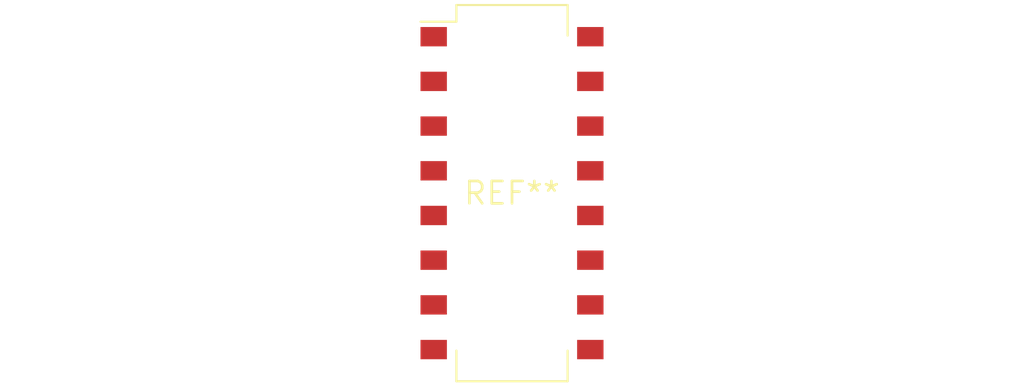
<source format=kicad_pcb>
(kicad_pcb (version 20240108) (generator pcbnew)
  (layers (0 "F.Cu" signal) (31 "B.Cu" signal) (34 "B.Paste" user) (35 "F.Paste" user) (36 "B.SilkS" user "B.Silkscreen") (37 "F.SilkS" user "F.Silkscreen") (38 "B.Mask" user) (39 "F.Mask" user) (44 "Edge.Cuts" user))
  (net 0 "")
  (footprint "SW_DIP_SPSTx08_Slide_Omron_A6S-810x_W8.9mm_P2.54mm" (layer "F.Cu") (at 0 0)
    (property "Reference" "REF**")
    (property "Value" "SW_DIP_SPSTx08_Slide_Omron_A6S-810x_W8.9mm_P2.54mm")
    (fp_line (start -5.2 -9.741) (end -3.16 -9.741) (layer "F.SilkS") (stroke (width 0.12)))
    (fp_line (start -3.16 -10.69) (end -3.16 -9.741) (layer "F.SilkS") (stroke (width 0.12)))
    (fp_line (start -3.16 -10.69) (end 3.16 -10.69) (layer "F.SilkS") (stroke (width 0.12)))
    (fp_line (start -3.16 8.95) (end -3.16 10.69) (layer "F.SilkS") (stroke (width 0.12)))
    (fp_line (start -3.16 10.69) (end 3.16 10.69) (layer "F.SilkS") (stroke (width 0.12)))
    (fp_line (start 3.16 -10.69) (end 3.16 -8.951) (layer "F.SilkS") (stroke (width 0.12)))
    (fp_line (start 3.16 8.95) (end 3.16 10.69) (layer "F.SilkS") (stroke (width 0.12)))
    (pad "1" smd rect (at -4.45 -8.89) (size 1.5 1.1) (layers "F.Cu" "F.Paste" "F.Mask"))
    (pad "2" smd rect (at -4.45 -6.35) (size 1.5 1.1) (layers "F.Cu" "F.Paste" "F.Mask"))
    (pad "3" smd rect (at -4.45 -3.81) (size 1.5 1.1) (layers "F.Cu" "F.Paste" "F.Mask"))
    (pad "4" smd rect (at -4.45 -1.27) (size 1.5 1.1) (layers "F.Cu" "F.Paste" "F.Mask"))
    (pad "5" smd rect (at -4.45 1.27) (size 1.5 1.1) (layers "F.Cu" "F.Paste" "F.Mask"))
    (pad "6" smd rect (at -4.45 3.81) (size 1.5 1.1) (layers "F.Cu" "F.Paste" "F.Mask"))
    (pad "7" smd rect (at -4.45 6.35) (size 1.5 1.1) (layers "F.Cu" "F.Paste" "F.Mask"))
    (pad "8" smd rect (at -4.45 8.89) (size 1.5 1.1) (layers "F.Cu" "F.Paste" "F.Mask"))
    (pad "9" smd rect (at 4.45 8.89) (size 1.5 1.1) (layers "F.Cu" "F.Paste" "F.Mask"))
    (pad "10" smd rect (at 4.45 6.35) (size 1.5 1.1) (layers "F.Cu" "F.Paste" "F.Mask"))
    (pad "11" smd rect (at 4.45 3.81) (size 1.5 1.1) (layers "F.Cu" "F.Paste" "F.Mask"))
    (pad "12" smd rect (at 4.45 1.27) (size 1.5 1.1) (layers "F.Cu" "F.Paste" "F.Mask"))
    (pad "13" smd rect (at 4.45 -1.27) (size 1.5 1.1) (layers "F.Cu" "F.Paste" "F.Mask"))
    (pad "14" smd rect (at 4.45 -3.81) (size 1.5 1.1) (layers "F.Cu" "F.Paste" "F.Mask"))
    (pad "15" smd rect (at 4.45 -6.35) (size 1.5 1.1) (layers "F.Cu" "F.Paste" "F.Mask"))
    (pad "16" smd rect (at 4.45 -8.89) (size 1.5 1.1) (layers "F.Cu" "F.Paste" "F.Mask"))
  )
)
</source>
